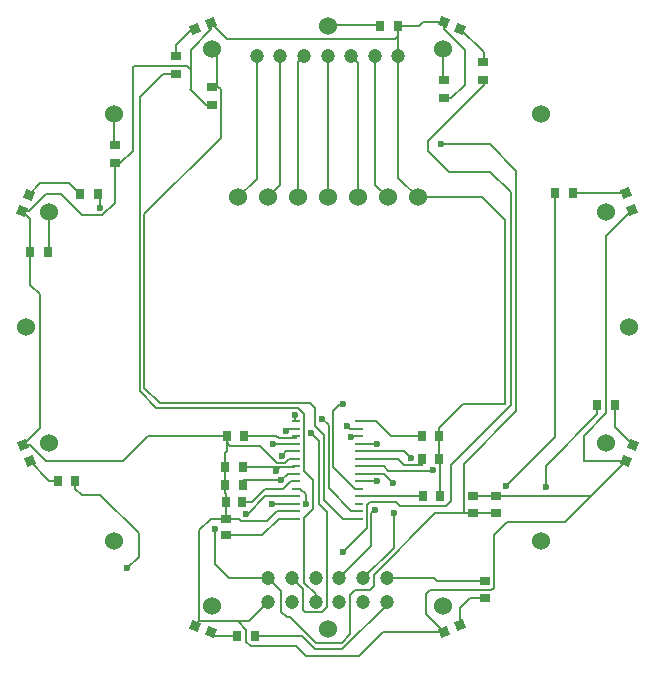
<source format=gtl>
%FSLAX24Y24*%
%MOIN*%
G70*
G01*
G75*
G04 Layer_Physical_Order=1*
G04 Layer_Color=255*
%ADD10R,0.0276X0.0354*%
%ADD11P,0.0445X4X112.5*%
%ADD12R,0.0354X0.0315*%
%ADD13R,0.0315X0.0354*%
%ADD14R,0.0354X0.0276*%
%ADD15P,0.0445X4X67.5*%
%ADD16P,0.0445X4X382.5*%
%ADD17P,0.0445X4X157.5*%
%ADD18R,0.0250X0.0098*%
%ADD19C,0.0079*%
%ADD20C,0.0004*%
%ADD21C,0.0472*%
%ADD22C,0.0600*%
%ADD23C,0.0236*%
D10*
X8996Y-2598D02*
D03*
X9587D02*
D03*
X-2421Y-10276D02*
D03*
X-3012D02*
D03*
X-3406Y-5236D02*
D03*
X-2815D02*
D03*
X-3406Y-4646D02*
D03*
X-2815D02*
D03*
X-8406Y-5118D02*
D03*
X-8996D02*
D03*
X-7657Y4449D02*
D03*
X-8248D02*
D03*
X-9902Y2520D02*
D03*
X-9311D02*
D03*
X2343Y10039D02*
D03*
X1752D02*
D03*
X7579Y4488D02*
D03*
X8169D02*
D03*
D11*
X9943Y-4462D02*
D03*
X10169Y-3916D02*
D03*
X-10175Y3885D02*
D03*
X-9949Y4430D02*
D03*
D12*
X4843Y-5630D02*
D03*
Y-6181D02*
D03*
X5630Y-5630D02*
D03*
Y-6181D02*
D03*
X-3386Y-6929D02*
D03*
Y-6378D02*
D03*
D13*
X3740Y-5630D02*
D03*
X3189D02*
D03*
X3701Y-4370D02*
D03*
X3150D02*
D03*
X3701Y-3622D02*
D03*
X3150D02*
D03*
X-3386Y-5827D02*
D03*
X-2835D02*
D03*
X-3346Y-3622D02*
D03*
X-2795D02*
D03*
D14*
X5236Y-8445D02*
D03*
Y-9035D02*
D03*
X-7087Y5492D02*
D03*
Y6083D02*
D03*
X-5039Y8445D02*
D03*
Y9035D02*
D03*
X-3858Y7421D02*
D03*
X-3858Y8012D02*
D03*
X3898Y7657D02*
D03*
Y8248D02*
D03*
X5197D02*
D03*
Y8839D02*
D03*
D15*
X3882Y-10159D02*
D03*
X4428Y-9933D02*
D03*
X-3882Y10159D02*
D03*
X-4428Y9933D02*
D03*
D16*
X-4422Y-9943D02*
D03*
X-3877Y-10169D02*
D03*
X3885Y10175D02*
D03*
X4430Y9949D02*
D03*
D17*
X10159Y3922D02*
D03*
X9933Y4467D02*
D03*
X-10159Y-3922D02*
D03*
X-9933Y-4467D02*
D03*
D18*
X-1049Y-6381D02*
D03*
Y-6131D02*
D03*
X-1049Y-5881D02*
D03*
X-1049Y-5631D02*
D03*
X-1049Y-5381D02*
D03*
X-1049Y-5131D02*
D03*
Y-4881D02*
D03*
Y-4631D02*
D03*
Y-4381D02*
D03*
Y-4131D02*
D03*
Y-3881D02*
D03*
Y-3631D02*
D03*
Y-3381D02*
D03*
Y-3131D02*
D03*
X1063Y-3128D02*
D03*
Y-3378D02*
D03*
Y-3628D02*
D03*
X1063Y-3878D02*
D03*
X1063Y-4128D02*
D03*
Y-4378D02*
D03*
Y-4628D02*
D03*
Y-4878D02*
D03*
Y-5128D02*
D03*
Y-5378D02*
D03*
X1063Y-5628D02*
D03*
X1063Y-5878D02*
D03*
Y-6128D02*
D03*
Y-6378D02*
D03*
D19*
X5906Y-2559D02*
Y3584D01*
X4501Y-2559D02*
X5906D01*
X3701Y-3359D02*
X4501Y-2559D01*
X4120Y-4570D02*
X6102Y-2588D01*
Y4498D01*
X406Y-2559D02*
X420D01*
X194Y-2771D02*
X406Y-2559D01*
X-5591Y-2520D02*
X-580D01*
X-6102Y-2008D02*
X-5591Y-2520D01*
X-6102Y-2008D02*
Y3768D01*
X-5709Y-2677D02*
X-993D01*
X-6260Y-2126D02*
X-5709Y-2677D01*
X-6260Y-2126D02*
Y7665D01*
X-993Y-2677D02*
X-780Y-2890D01*
X-580Y-2520D02*
X-406Y-2694D01*
X-4270Y-9791D02*
Y-6768D01*
X-4422Y-9943D02*
X-4270Y-9791D01*
Y-6768D02*
X-3880Y-6378D01*
X-6299Y-7649D02*
Y-6850D01*
X-7570Y-5580D02*
X-6299Y-6850D01*
X-8200Y-5580D02*
X-7570D01*
X-6670Y-8020D02*
X-6299Y-7649D01*
X4567Y8097D02*
Y9252D01*
X3885Y9934D02*
X4567Y9252D01*
X3885Y9934D02*
Y10175D01*
X4127Y7657D02*
X4567Y8097D01*
X-6496Y5897D02*
Y8676D01*
X-6901Y5492D02*
X-6496Y5897D01*
X-6102Y3768D02*
X-3560Y6310D01*
X-6260Y7665D02*
X-5480Y8445D01*
X-8879Y4449D02*
X-8170Y3740D01*
X-9381Y4449D02*
X-8879D01*
X-9945Y3885D02*
X-9381Y4449D01*
X-8602Y4803D02*
X-8248Y4449D01*
X-9576Y4803D02*
X-8602D01*
X-9949Y4430D02*
X-9576Y4803D01*
X-6807Y-4449D02*
X-5980Y-3622D01*
X-9391Y-4449D02*
X-6807D01*
X-9918Y-3922D02*
X-9391Y-4449D01*
X3405Y-8760D02*
X5460D01*
X3268Y-8898D02*
X3405Y-8760D01*
X3268Y-9545D02*
Y-8898D01*
Y-9545D02*
X3882Y-10159D01*
X-853Y-10276D02*
X-420Y-10709D01*
X-2421Y-10276D02*
X-853D01*
X472Y-10512D02*
X750Y-10234D01*
X-394Y-10512D02*
X472D01*
X-1246Y-9660D02*
X-394Y-10512D01*
X-420Y-10709D02*
X498D01*
X-1360Y-9660D02*
X-1246D01*
X498Y-10709D02*
X1969Y-9238D01*
Y-9144D01*
X750Y-10234D02*
Y-8920D01*
X1054Y-10945D02*
X1840Y-10159D01*
X-729Y-10945D02*
X1054D01*
X-1048Y-10626D02*
X-729Y-10945D01*
X8543Y-3617D02*
X9291Y-2869D01*
X8543Y-4462D02*
Y-3617D01*
Y-4462D02*
X9943D01*
X2362Y4976D02*
X3008Y4331D01*
X2362Y4976D02*
Y9050D01*
X787D02*
X1008Y8830D01*
Y4331D02*
Y8830D01*
X0Y4339D02*
Y9050D01*
Y4339D02*
X8Y4331D01*
X-3877Y-10169D02*
X-3771Y-10276D01*
X-2989Y-9791D02*
X-2710Y-10070D01*
X-2616Y-9791D02*
X-1969Y-9144D01*
X-4270Y-9791D02*
X-2616D01*
X9291Y3054D02*
X10159Y3922D01*
X9291Y-2869D02*
Y3054D01*
X8169Y4488D02*
X8190Y4467D01*
X5159Y4331D02*
X5906Y3584D01*
X5425Y5175D02*
X6102Y4498D01*
X5400Y6100D02*
X6299Y5201D01*
Y-2791D02*
Y5201D01*
X4540Y-4550D02*
X6299Y-2791D01*
X2343Y9070D02*
Y9720D01*
Y9070D02*
X2362Y9050D01*
X0Y10050D02*
X29Y10079D01*
X1713D02*
X1752Y10039D01*
X29Y10079D02*
X1713D01*
X-4567Y9263D02*
X-3882Y9948D01*
X-4567Y7937D02*
Y9263D01*
X-4516Y9933D02*
X-4428D01*
X-5039Y9409D02*
X-4516Y9933D01*
X-5039Y9035D02*
Y9409D01*
X-4580Y7950D02*
X-4051Y7421D01*
X-6496Y8676D02*
X-6462Y8710D01*
X-4680D01*
X-7106Y6102D02*
X-7087Y6083D01*
Y4154D02*
Y5492D01*
X-7501Y3740D02*
X-7087Y4154D01*
X-9311Y2520D02*
X-9285Y2546D01*
X-7657Y4410D02*
X-7598Y4351D01*
Y3976D02*
Y4351D01*
X-8170Y3740D02*
X-7501D01*
X2343Y9720D02*
Y10039D01*
X3701Y-4459D02*
X3740D01*
X8775Y-5630D02*
X9943Y-4462D01*
X7915Y-6490D02*
X8775Y-5630D01*
X-4051Y7421D02*
X-3858D01*
X-3346Y-3834D02*
Y-3622D01*
Y-4111D02*
Y-3834D01*
X2544Y-4586D02*
X3150D01*
X-1062Y-3696D02*
Y-3631D01*
X3846Y8248D02*
Y9285D01*
X-3690Y8012D02*
Y9220D01*
Y8012D02*
X-3640D01*
X-2815Y-5100D02*
X-1540D01*
X-1123Y-4669D02*
Y-4631D01*
X-1589Y-4669D02*
X-1123D01*
X-2815D02*
X-1589D01*
X-1090Y-3131D02*
Y-2930D01*
X5200Y8070D02*
Y8248D01*
X-9281Y-5120D02*
X-8996D01*
X5200Y8839D02*
Y9179D01*
X4540Y-6181D02*
X4843D01*
X3599D02*
X4540D01*
X-9902Y1410D02*
Y2520D01*
Y1410D02*
X-9590Y1098D01*
Y-3352D02*
Y1098D01*
X-10159Y-3922D02*
X-9590Y-3352D01*
X-9902Y2520D02*
Y3612D01*
X-10175Y3885D02*
X-9902Y3612D01*
X3701Y-3622D02*
Y-3359D01*
X3008Y4331D02*
X5159D01*
X-4680Y8710D02*
X-4580Y8610D01*
X-7087Y5492D02*
X-6901D01*
X-3882Y9948D02*
Y10159D01*
X2243Y9620D02*
X2343Y9720D01*
X-3343Y9620D02*
X2243D01*
X-3882Y10159D02*
X-3343Y9620D01*
X5630Y-5630D02*
X8775D01*
X1063Y-5128D02*
X1633D01*
X920Y-5378D02*
X1063D01*
X194Y-4652D02*
X920Y-5378D01*
X194Y-4652D02*
Y-2771D01*
X-170Y-3060D02*
X36Y-3266D01*
Y-5366D02*
Y-3266D01*
Y-5366D02*
X798Y-6128D01*
X1063D01*
X-2710Y-6210D02*
X-2664D01*
X-2085Y-5631D01*
X-1049D01*
X-720Y-5890D02*
Y-5566D01*
X-905Y-5381D02*
X-720Y-5566D01*
X-1049Y-5381D02*
X-905D01*
X-1710Y-4790D02*
X-1589Y-4669D01*
X-1810Y-3881D02*
X-1049D01*
X-1370Y-3460D02*
X-1291Y-3381D01*
X-1049D01*
X-1090Y-3131D02*
X-1049D01*
X1063Y-3878D02*
X1640D01*
X1063Y-4128D02*
X2558D01*
X2780Y-4350D01*
X1063Y-4628D02*
X1875D01*
X2027Y-4780D01*
X3460D01*
X3500Y-4740D01*
X1876Y-4878D02*
X2188Y-5190D01*
X1063Y-4878D02*
X1876D01*
X-2362Y4961D02*
Y9050D01*
X-2992Y4331D02*
X-2362Y4961D01*
X-1575Y4748D02*
Y9050D01*
X-1992Y4331D02*
X-1575Y4748D01*
X-992Y4331D02*
Y8845D01*
X-787Y9050D01*
X742Y-3378D02*
X1063D01*
X664Y-3300D02*
X742Y-3378D01*
X-5480Y8445D02*
X-5039D01*
X-780Y-4790D02*
Y-2890D01*
Y-4790D02*
X-484Y-5087D01*
Y-6051D02*
Y-5087D01*
X-780Y-6347D02*
X-484Y-6051D01*
X-780Y-8505D02*
Y-6347D01*
Y-8505D02*
X-394Y-8891D01*
Y-9144D02*
Y-8891D01*
X-7657Y4410D02*
Y4449D01*
X-8406Y-5374D02*
X-8200Y-5580D01*
X-8406Y-5374D02*
Y-5118D01*
X8996Y-2900D02*
Y-2598D01*
X7290Y-4606D02*
X8996Y-2900D01*
X7290Y-5330D02*
Y-4606D01*
X2200Y-7337D02*
Y-6200D01*
X1181Y-8356D02*
X2200Y-7337D01*
X7579Y-3641D02*
Y4488D01*
X5940Y-5280D02*
X7579Y-3641D01*
X1464Y-6186D02*
X1580Y-6070D01*
X1464Y-7286D02*
Y-6186D01*
X394Y-8356D02*
X1464Y-7286D01*
X510Y-7470D02*
X1306Y-6674D01*
Y-5924D01*
X1400Y-5830D01*
X2270D01*
X2400Y-5960D01*
X3960D01*
X4120Y-5800D01*
Y-4570D01*
X4065Y5175D02*
X5425D01*
X3360Y5880D02*
X4065Y5175D01*
X3360Y5880D02*
Y6230D01*
X5200Y8070D01*
X5197Y8248D02*
X5200D01*
X802Y-3628D02*
X1063D01*
X780Y-3650D02*
X802Y-3628D01*
X-540Y-3520D02*
X-290Y-3770D01*
Y-5890D02*
Y-3770D01*
Y-5890D02*
X-30Y-6150D01*
Y-9328D02*
Y-6150D01*
X-200Y-9498D02*
X-30Y-9328D01*
X-740Y-9498D02*
X-200D01*
X-827Y-9411D02*
X-740Y-9498D01*
X-827Y-9411D02*
Y-8711D01*
X-1181Y-8356D02*
X-827Y-8711D01*
X9587Y-3333D02*
Y-2598D01*
Y-3333D02*
X10169Y-3916D01*
X1575Y4764D02*
Y9050D01*
Y4764D02*
X2008Y4331D01*
X-3284Y-8356D02*
X-1969D01*
X-3760Y-7880D02*
X-3284Y-8356D01*
X-3760Y-7880D02*
Y-6730D01*
X-1851Y-5881D02*
X-1049D01*
X3777Y6100D02*
X5400D01*
X4540Y-6181D02*
Y-4550D01*
X-2710Y-10480D02*
Y-10070D01*
Y-10480D02*
X-2564Y-10626D01*
X-1048D01*
X1840Y-10159D02*
X3882D01*
X-1969Y-8356D02*
X-1540Y-8785D01*
Y-9480D02*
Y-8785D01*
Y-9480D02*
X-1360Y-9660D01*
X750Y-8920D02*
X920Y-8750D01*
X1400D01*
X1540Y-8610D01*
Y-8240D01*
X3599Y-6181D01*
X-1381Y-4131D02*
X-1049D01*
X-1520Y-4270D02*
X-1381Y-4131D01*
X518Y-6378D02*
X1063D01*
X-121Y-5739D02*
X518Y-6378D01*
X-121Y-5739D02*
Y-3570D01*
X-406Y-3285D02*
X-121Y-3570D01*
X-406Y-3285D02*
Y-2694D01*
X-3560Y6310D02*
Y7932D01*
X-3640Y8012D02*
X-3560Y7932D01*
X5460Y-8760D02*
X5540Y-8680D01*
Y-6920D01*
X5970Y-6490D01*
X7915D01*
X-1225Y-5131D02*
X-1049D01*
X-1476Y-5381D02*
X-1225Y-5131D01*
X-2069Y-5381D02*
X-1476D01*
X-2514Y-5827D02*
X-2069Y-5381D01*
X-2835Y-5827D02*
X-2514D01*
X2736Y-5630D02*
X3189D01*
X2734Y-5628D02*
X2736Y-5630D01*
X1063Y-5628D02*
X2734D01*
X3701Y-4459D02*
Y-4370D01*
X3740Y-5630D02*
Y-4459D01*
X1063Y-4378D02*
X2336D01*
X2544Y-4586D01*
X3150D02*
Y-4370D01*
X-1062Y-3631D02*
X-1049D01*
X-1630Y-3696D02*
X-1062D01*
X-1704Y-3622D02*
X-1630Y-3696D01*
X-2795Y-3622D02*
X-1704D01*
X-3346Y-3834D02*
X-3240Y-3940D01*
X-2241D01*
X-1669Y-4512D01*
X-1412D01*
X-1280Y-4381D01*
X-1049D01*
X-1123Y-4631D02*
X-1049D01*
X-2815Y-4669D02*
Y-4646D01*
X-3386Y-6378D02*
X-2945D01*
X-2877Y-6446D01*
X-2016D01*
X-1700Y-6131D01*
X-1049D01*
X-3880Y-6378D02*
X-3386D01*
X4760Y-9035D02*
X5236D01*
X4428Y-9368D02*
X4760Y-9035D01*
X4428Y-9933D02*
Y-9368D01*
X-8996Y-5120D02*
Y-5118D01*
X-9933Y-4467D02*
X-9281Y-5120D01*
X5197Y8839D02*
X5200D01*
X4430Y9949D02*
X5200Y9179D01*
X-10175Y3885D02*
X-9945D01*
X1063Y-3128D02*
X1630D01*
X2124Y-3622D01*
X3150D01*
X-1631Y-6381D02*
X-1049D01*
X-2179Y-6929D02*
X-1631Y-6381D01*
X-3386Y-6929D02*
X-2179D01*
X-1321Y-4881D02*
X-1049D01*
X-1540Y-5100D02*
X-1321Y-4881D01*
X-2815Y-5236D02*
Y-5100D01*
X-3858Y8012D02*
X-3690D01*
X3846Y8248D02*
X3898D01*
Y7657D02*
X4127D01*
X3175Y10175D02*
X3885D01*
X3040Y10039D02*
X3175Y10175D01*
X2343Y10039D02*
X3040D01*
X4843Y-5630D02*
X5630D01*
X3701Y-4370D02*
Y-3622D01*
X-10159Y-3922D02*
X-9918D01*
X-5980Y-3622D02*
X-3346D01*
X-3406Y-4170D02*
X-3346Y-4111D01*
X-3406Y-4646D02*
Y-4170D01*
Y-4950D02*
Y-4646D01*
Y-4950D02*
X-3406Y-4950D01*
Y-5236D02*
Y-4950D01*
Y-5530D02*
Y-5236D01*
Y-5530D02*
X-3386Y-5550D01*
Y-5827D02*
Y-5550D01*
Y-6378D02*
Y-5827D01*
X-7106Y6102D02*
Y7106D01*
X-9285Y2546D02*
Y3846D01*
X3639Y-8445D02*
X5236D01*
X3550Y-8356D02*
X3639Y-8445D01*
X1969Y-8356D02*
X3550D01*
X-3771Y-10276D02*
X-3012D01*
X8190Y4467D02*
X9933D01*
X4843Y-6181D02*
X5630D01*
D20*
X-3846Y9285D02*
X-3690Y9220D01*
D21*
X-1969Y-9144D02*
D03*
X-1181D02*
D03*
X-394D02*
D03*
X394D02*
D03*
X1181D02*
D03*
X1969D02*
D03*
Y-8356D02*
D03*
X1181D02*
D03*
X394D02*
D03*
X-394D02*
D03*
X-1181D02*
D03*
X-1969D02*
D03*
X-2362Y9050D02*
D03*
X-1575D02*
D03*
X-787D02*
D03*
X0D02*
D03*
X787D02*
D03*
X1575D02*
D03*
X2362D02*
D03*
D22*
X3008Y4331D02*
D03*
X2008D02*
D03*
X1008D02*
D03*
X8Y4331D02*
D03*
X-992D02*
D03*
X-1992Y4331D02*
D03*
X-2992Y4331D02*
D03*
X9285Y3846D02*
D03*
X10050Y0D02*
D03*
X9285Y-3846D02*
D03*
X7106Y-7106D02*
D03*
X3846Y-9285D02*
D03*
X0Y-10050D02*
D03*
X-3846Y-9285D02*
D03*
X-7106Y-7106D02*
D03*
X-9285Y-3846D02*
D03*
X-10050Y0D02*
D03*
X-9285Y3846D02*
D03*
X-7106Y7106D02*
D03*
X-3846Y9285D02*
D03*
X0Y10050D02*
D03*
X3846Y9285D02*
D03*
X7106Y7106D02*
D03*
D23*
X512Y-2559D02*
D03*
X-7598Y3976D02*
D03*
X1633Y-5128D02*
D03*
X-170Y-3060D02*
D03*
X-2710Y-6210D02*
D03*
X-720Y-5890D02*
D03*
X-1540Y-5100D02*
D03*
X-1710Y-4790D02*
D03*
X-1810Y-3881D02*
D03*
X-1370Y-3460D02*
D03*
X-1090Y-2930D02*
D03*
X1640Y-3878D02*
D03*
X2780Y-4350D02*
D03*
X3500Y-4740D02*
D03*
X2188Y-5190D02*
D03*
X664Y-3300D02*
D03*
X-6670Y-8020D02*
D03*
X7290Y-5330D02*
D03*
X2200Y-6200D02*
D03*
X5940Y-5280D02*
D03*
X1580Y-6070D02*
D03*
X510Y-7470D02*
D03*
X780Y-3650D02*
D03*
X-540Y-3520D02*
D03*
X-3760Y-6730D02*
D03*
X-1851Y-5881D02*
D03*
X3777Y6100D02*
D03*
X-1520Y-4270D02*
D03*
M02*

</source>
